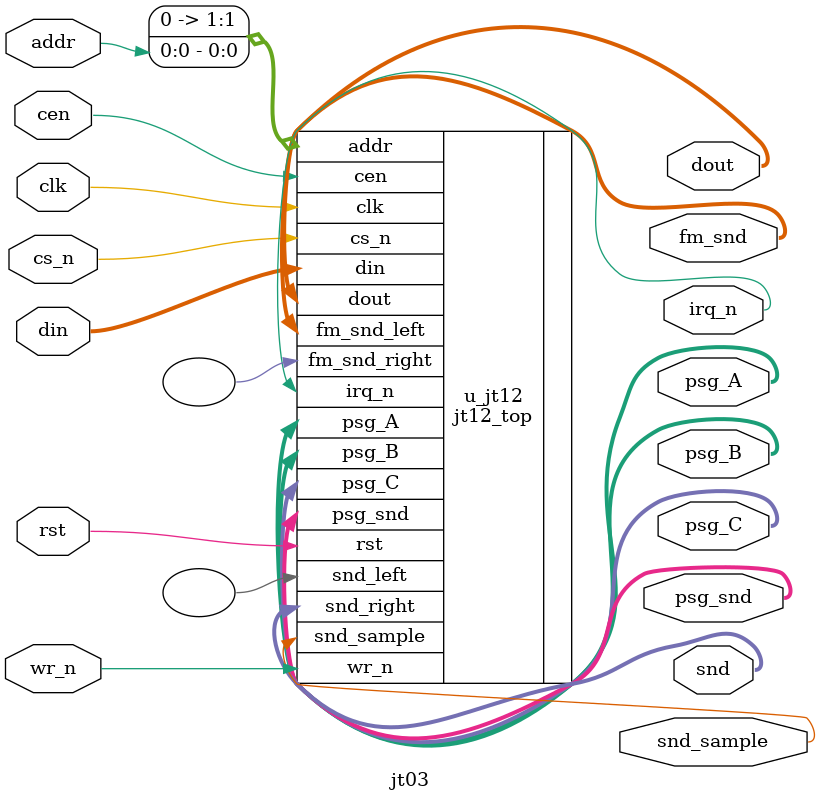
<source format=v>
/* This file is part of JT12.

 
    JT12 program is free software: you can redistribute it and/or modify
    it under the terms of the GNU General Public License as published by
    the Free Software Foundation, either version 3 of the License, or
    (at your option) any later version.

    JT12 program is distributed in the hope that it will be useful,
    but WITHOUT ANY WARRANTY; without even the implied warranty of
    MERCHANTABILITY or FITNESS FOR A PARTICULAR PURPOSE.  See the
    GNU General Public License for more details.

    You should have received a copy of the GNU General Public License
    along with JT12.  If not, see <http://www.gnu.org/licenses/>.

    Author: Jose Tejada Gomez. Twitter: @topapate
    Version: 1.0
    Date: 27-12-2018
*/

// Wrapper to output only combined channels. Defaults to YM2203 mode.



module jt03(
    input           rst,        // rst should be at least 6 clk&cen cycles long
    input           clk,        // CPU clock
    input           cen,        // optional clock enable, it not needed leave as 1'b1
    input   [7:0]   din,
    input           addr,
    input           cs_n,
    input           wr_n,
    
    output  [7:0]   dout,
    output          irq_n,
    // Separated output
    output          [ 7:0] psg_A,
    output          [ 7:0] psg_B,
    output          [ 7:0] psg_C,
    output  signed  [15:0] fm_snd,
    // combined output
    output          [ 9:0] psg_snd,    
    output  signed  [15:0] snd,
    output          snd_sample
);

jt12_top #(.use_lfo(0),.use_ssg(1), .num_ch(3), .use_pcm(0), .use_lr(0)) 
u_jt12(
    .rst            ( rst          ),        // rst should be at least 6 clk&cen cycles long
    .clk            ( clk          ),        // CPU clock
    .cen            ( cen          ),        // optional clock enable, it not needed leave as 1'b1
    .din            ( din          ),
    .addr           ( {1'b0, addr} ),
    .cs_n           ( cs_n         ),
    .wr_n           ( wr_n         ),
    
    .dout           ( dout         ),
    .irq_n          ( irq_n        ),
    // Separated output
    .psg_A          ( psg_A        ),
    .psg_B          ( psg_B        ),
    .psg_C          ( psg_C        ),
    .psg_snd        ( psg_snd      ),    
    .fm_snd_left    ( fm_snd       ),
    .fm_snd_right   (),

    .snd_right      ( snd          ),
    .snd_left       (),
    .snd_sample     ( snd_sample   )
);

endmodule // jt03
</source>
